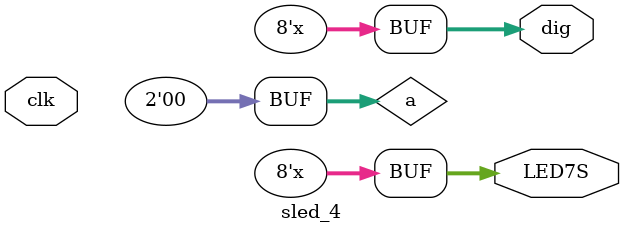
<source format=v>
module sled_4(clk,LED7S,dig);
input clk;
output [7:0] LED7S;
output [7:0] dig; //ÊýÂë¹ÜÊ¹ÄÜ¼Ä´æÆ÷
reg [7:0] LED7S; //ÊýÂë¹Ü¶ÎÂëÊä³ö¼Ä´æÆ÷
reg [7:0] dig;
reg[1:0] a;
reg[10:0] b;

always @(posedge clk)
begin
	if(b<10'b1111111111)b=b+1;//Ã¿À´10'b1111111111
	else begin a=a+1;b=0;end//¸öÊ±ÖÓÊ¹a×Ô¼Ó1
end
always @ (a) //Í¨¹ýaÅÐ¶ÏÏÔÊ¾²»Í¬ÊýÂë¹Ü
begin case(a)
		2'b00:begin
			dig=8'b11111110; //¿ØÖÆµÚ1¸öÊýÂë¹ÜÏÔÊ¾
			LED7S = 8'b11111001;//ÏÔÊ¾"1" 
			end
		2'b01:begin
			dig=8'b11111101; //¿ØÖÆµÚ2¸öÊýÂë¹ÜÏÔÊ¾
			LED7S = 8'b10100100;//ÏÔÊ¾"2" 
			end
		2'b10:begin
			dig=8'b11111011; //¿ØÖÆµÚ3¸öÊýÂë¹ÜÏÔÊ¾
			LED7S = 8'b10110000;//ÏÔÊ¾"3" 
			end
		2'b11:begin
			dig=8'b11110111; //¿ØÖÆµÚ4¸öÊýÂë¹ÜÏÔÊ¾
			LED7S = 8'b10011001;//ÏÔÊ¾"4" 
			end
		default: a=2'b00;
		endcase
end 
endmodule

</source>
